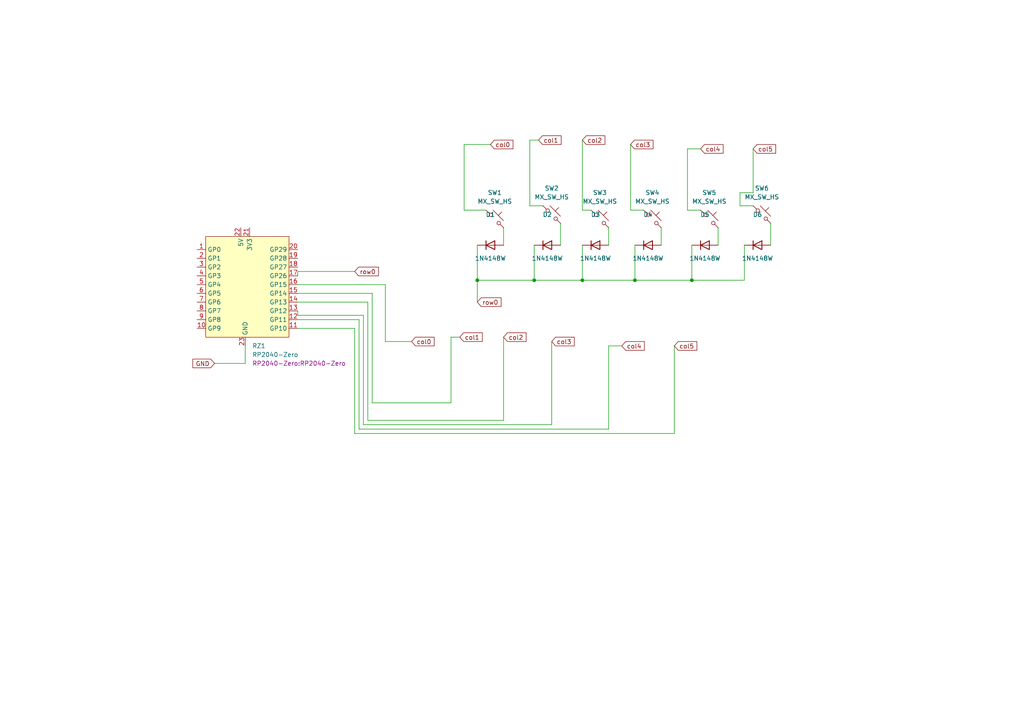
<source format=kicad_sch>
(kicad_sch (version 20211123) (generator eeschema)

  (uuid f3959fc2-2865-4a8b-9dd1-b644133ab69e)

  (paper "A4")

  (lib_symbols
    (symbol "Diode:1N4148W" (pin_numbers hide) (pin_names (offset 1.016) hide) (in_bom yes) (on_board yes)
      (property "Reference" "D" (id 0) (at 0 2.54 0)
        (effects (font (size 1.27 1.27)))
      )
      (property "Value" "1N4148W" (id 1) (at 0 -2.54 0)
        (effects (font (size 1.27 1.27)))
      )
      (property "Footprint" "Diode_SMD:D_SOD-123" (id 2) (at 0 -4.445 0)
        (effects (font (size 1.27 1.27)) hide)
      )
      (property "Datasheet" "https://www.vishay.com/docs/85748/1n4148w.pdf" (id 3) (at 0 0 0)
        (effects (font (size 1.27 1.27)) hide)
      )
      (property "ki_keywords" "diode" (id 4) (at 0 0 0)
        (effects (font (size 1.27 1.27)) hide)
      )
      (property "ki_description" "75V 0.15A Fast Switching Diode, SOD-123" (id 5) (at 0 0 0)
        (effects (font (size 1.27 1.27)) hide)
      )
      (property "ki_fp_filters" "D*SOD?123*" (id 6) (at 0 0 0)
        (effects (font (size 1.27 1.27)) hide)
      )
      (symbol "1N4148W_0_1"
        (polyline
          (pts
            (xy -1.27 1.27)
            (xy -1.27 -1.27)
          )
          (stroke (width 0.254) (type default) (color 0 0 0 0))
          (fill (type none))
        )
        (polyline
          (pts
            (xy 1.27 0)
            (xy -1.27 0)
          )
          (stroke (width 0) (type default) (color 0 0 0 0))
          (fill (type none))
        )
        (polyline
          (pts
            (xy 1.27 1.27)
            (xy 1.27 -1.27)
            (xy -1.27 0)
            (xy 1.27 1.27)
          )
          (stroke (width 0.254) (type default) (color 0 0 0 0))
          (fill (type none))
        )
      )
      (symbol "1N4148W_1_1"
        (pin passive line (at -3.81 0 0) (length 2.54)
          (name "K" (effects (font (size 1.27 1.27))))
          (number "1" (effects (font (size 1.27 1.27))))
        )
        (pin passive line (at 3.81 0 180) (length 2.54)
          (name "A" (effects (font (size 1.27 1.27))))
          (number "2" (effects (font (size 1.27 1.27))))
        )
      )
    )
    (symbol "RP2040 Zero:RP2040-Zero" (in_bom yes) (on_board yes)
      (property "Reference" "RZ" (id 0) (at 0 0 0)
        (effects (font (size 1.27 1.27)))
      )
      (property "Value" "RP2040-Zero" (id 1) (at 0 -2.54 0)
        (effects (font (size 1.27 1.27)))
      )
      (property "Footprint" "RP2040-Zero:RP2040-Zero" (id 2) (at 0 0 0)
        (effects (font (size 1.27 1.27)))
      )
      (property "Datasheet" "" (id 3) (at 0 0 0)
        (effects (font (size 1.27 1.27)) hide)
      )
      (symbol "RP2040-Zero_0_1"
        (rectangle (start -11.43 -15.24) (end 12.7 13.97)
          (stroke (width 0) (type default) (color 0 0 0 0))
          (fill (type background))
        )
      )
      (symbol "RP2040-Zero_1_1"
        (pin bidirectional line (at -13.97 10.16 0) (length 2.54)
          (name "GP0" (effects (font (size 1.27 1.27))))
          (number "1" (effects (font (size 1.27 1.27))))
        )
        (pin bidirectional line (at -13.97 -12.7 0) (length 2.54)
          (name "GP9" (effects (font (size 1.27 1.27))))
          (number "10" (effects (font (size 1.27 1.27))))
        )
        (pin bidirectional line (at 15.24 -12.7 180) (length 2.54)
          (name "GP10" (effects (font (size 1.27 1.27))))
          (number "11" (effects (font (size 1.27 1.27))))
        )
        (pin bidirectional line (at 15.24 -10.16 180) (length 2.54)
          (name "GP11" (effects (font (size 1.27 1.27))))
          (number "12" (effects (font (size 1.27 1.27))))
        )
        (pin bidirectional line (at 15.24 -7.62 180) (length 2.54)
          (name "GP12" (effects (font (size 1.27 1.27))))
          (number "13" (effects (font (size 1.27 1.27))))
        )
        (pin bidirectional line (at 15.24 -5.08 180) (length 2.54)
          (name "GP13" (effects (font (size 1.27 1.27))))
          (number "14" (effects (font (size 1.27 1.27))))
        )
        (pin bidirectional line (at 15.24 -2.54 180) (length 2.54)
          (name "GP14" (effects (font (size 1.27 1.27))))
          (number "15" (effects (font (size 1.27 1.27))))
        )
        (pin bidirectional line (at 15.24 0 180) (length 2.54)
          (name "GP15" (effects (font (size 1.27 1.27))))
          (number "16" (effects (font (size 1.27 1.27))))
        )
        (pin bidirectional line (at 15.24 2.54 180) (length 2.54)
          (name "GP26" (effects (font (size 1.27 1.27))))
          (number "17" (effects (font (size 1.27 1.27))))
        )
        (pin bidirectional line (at 15.24 5.08 180) (length 2.54)
          (name "GP27" (effects (font (size 1.27 1.27))))
          (number "18" (effects (font (size 1.27 1.27))))
        )
        (pin bidirectional line (at 15.24 7.62 180) (length 2.54)
          (name "GP28" (effects (font (size 1.27 1.27))))
          (number "19" (effects (font (size 1.27 1.27))))
        )
        (pin bidirectional line (at -13.97 7.62 0) (length 2.54)
          (name "GP1" (effects (font (size 1.27 1.27))))
          (number "2" (effects (font (size 1.27 1.27))))
        )
        (pin bidirectional line (at 15.24 10.16 180) (length 2.54)
          (name "GP29" (effects (font (size 1.27 1.27))))
          (number "20" (effects (font (size 1.27 1.27))))
        )
        (pin power_in line (at 1.27 16.51 270) (length 2.54)
          (name "3V3" (effects (font (size 1.27 1.27))))
          (number "21" (effects (font (size 1.27 1.27))))
        )
        (pin power_in line (at -1.27 16.51 270) (length 2.54)
          (name "5V" (effects (font (size 1.27 1.27))))
          (number "22" (effects (font (size 1.27 1.27))))
        )
        (pin power_in line (at 0 -17.78 90) (length 2.54)
          (name "GND" (effects (font (size 1.27 1.27))))
          (number "23" (effects (font (size 1.27 1.27))))
        )
        (pin bidirectional line (at -13.97 5.08 0) (length 2.54)
          (name "GP2" (effects (font (size 1.27 1.27))))
          (number "3" (effects (font (size 1.27 1.27))))
        )
        (pin bidirectional line (at -13.97 2.54 0) (length 2.54)
          (name "GP3" (effects (font (size 1.27 1.27))))
          (number "4" (effects (font (size 1.27 1.27))))
        )
        (pin bidirectional line (at -13.97 0 0) (length 2.54)
          (name "GP4" (effects (font (size 1.27 1.27))))
          (number "5" (effects (font (size 1.27 1.27))))
        )
        (pin bidirectional line (at -13.97 -2.54 0) (length 2.54)
          (name "GP5" (effects (font (size 1.27 1.27))))
          (number "6" (effects (font (size 1.27 1.27))))
        )
        (pin bidirectional line (at -13.97 -5.08 0) (length 2.54)
          (name "GP6" (effects (font (size 1.27 1.27))))
          (number "7" (effects (font (size 1.27 1.27))))
        )
        (pin bidirectional line (at -13.97 -7.62 0) (length 2.54)
          (name "GP7" (effects (font (size 1.27 1.27))))
          (number "8" (effects (font (size 1.27 1.27))))
        )
        (pin bidirectional line (at -13.97 -10.16 0) (length 2.54)
          (name "GP8" (effects (font (size 1.27 1.27))))
          (number "9" (effects (font (size 1.27 1.27))))
        )
      )
    )
    (symbol "marbastlib-mx:MX_SW_HS" (pin_numbers hide) (pin_names (offset 1.016) hide) (in_bom yes) (on_board yes)
      (property "Reference" "SW" (id 0) (at 3.048 1.016 0)
        (effects (font (size 1.27 1.27)) (justify left))
      )
      (property "Value" "MX_SW_HS" (id 1) (at 0 -3.81 0)
        (effects (font (size 1.27 1.27)))
      )
      (property "Footprint" "marbastlib-mx:SW_MX_HS_1u" (id 2) (at 0 0 0)
        (effects (font (size 1.27 1.27)) hide)
      )
      (property "Datasheet" "~" (id 3) (at 0 0 0)
        (effects (font (size 1.27 1.27)) hide)
      )
      (property "ki_keywords" "switch normally-open pushbutton push-button" (id 4) (at 0 0 0)
        (effects (font (size 1.27 1.27)) hide)
      )
      (property "ki_description" "Push button switch, normally open, two pins, 45° tilted" (id 5) (at 0 0 0)
        (effects (font (size 1.27 1.27)) hide)
      )
      (symbol "MX_SW_HS_0_1"
        (circle (center -1.1684 1.1684) (radius 0.508)
          (stroke (width 0) (type default) (color 0 0 0 0))
          (fill (type none))
        )
        (polyline
          (pts
            (xy -0.508 2.54)
            (xy 2.54 -0.508)
          )
          (stroke (width 0) (type default) (color 0 0 0 0))
          (fill (type none))
        )
        (polyline
          (pts
            (xy 1.016 1.016)
            (xy 2.032 2.032)
          )
          (stroke (width 0) (type default) (color 0 0 0 0))
          (fill (type none))
        )
        (polyline
          (pts
            (xy -2.54 2.54)
            (xy -1.524 1.524)
            (xy -1.524 1.524)
          )
          (stroke (width 0) (type default) (color 0 0 0 0))
          (fill (type none))
        )
        (polyline
          (pts
            (xy 1.524 -1.524)
            (xy 2.54 -2.54)
            (xy 2.54 -2.54)
            (xy 2.54 -2.54)
          )
          (stroke (width 0) (type default) (color 0 0 0 0))
          (fill (type none))
        )
        (circle (center 1.143 -1.1938) (radius 0.508)
          (stroke (width 0) (type default) (color 0 0 0 0))
          (fill (type none))
        )
        (pin passive line (at -2.54 2.54 0) (length 0)
          (name "1" (effects (font (size 1.27 1.27))))
          (number "1" (effects (font (size 1.27 1.27))))
        )
        (pin passive line (at 2.54 -2.54 180) (length 0)
          (name "2" (effects (font (size 1.27 1.27))))
          (number "2" (effects (font (size 1.27 1.27))))
        )
      )
    )
  )

  (junction (at 168.91 81.28) (diameter 0) (color 0 0 0 0)
    (uuid 0034029d-05f8-4bef-9800-f394cfac8bbc)
  )
  (junction (at 200.66 81.28) (diameter 0) (color 0 0 0 0)
    (uuid 55ffa584-9d71-4830-802d-a683c822dc14)
  )
  (junction (at 184.15 81.28) (diameter 0) (color 0 0 0 0)
    (uuid 781d698a-a857-4b80-854a-52d0cacb85b2)
  )
  (junction (at 138.43 81.28) (diameter 0) (color 0 0 0 0)
    (uuid b73d68e5-8276-429b-a8bf-609051148030)
  )
  (junction (at 154.94 81.28) (diameter 0) (color 0 0 0 0)
    (uuid c9646829-8abe-4807-b642-c7a429080822)
  )

  (wire (pts (xy 86.36 78.74) (xy 86.36 80.01))
    (stroke (width 0) (type default) (color 0 0 0 0))
    (uuid 037a7c7e-0197-4429-91ba-0da0346af7ea)
  )
  (wire (pts (xy 138.43 71.12) (xy 138.43 81.28))
    (stroke (width 0) (type default) (color 0 0 0 0))
    (uuid 05860451-25fd-4d27-8fb3-d184838b6759)
  )
  (wire (pts (xy 215.9 71.12) (xy 215.9 81.28))
    (stroke (width 0) (type default) (color 0 0 0 0))
    (uuid 1026c991-5130-43f9-af47-adc32a98a02b)
  )
  (wire (pts (xy 86.36 92.71) (xy 104.14 92.71))
    (stroke (width 0) (type default) (color 0 0 0 0))
    (uuid 10a70c67-36a1-4ff9-ad67-5ef5c9a95ffd)
  )
  (wire (pts (xy 102.87 78.74) (xy 86.36 78.74))
    (stroke (width 0) (type default) (color 0 0 0 0))
    (uuid 12daa5cf-6a08-4cac-be3e-ebf8c9391d08)
  )
  (wire (pts (xy 107.95 85.09) (xy 86.36 85.09))
    (stroke (width 0) (type default) (color 0 0 0 0))
    (uuid 14a796e9-e80d-4d78-bd33-c09e89c3fe61)
  )
  (wire (pts (xy 134.62 41.91) (xy 142.24 41.91))
    (stroke (width 0) (type default) (color 0 0 0 0))
    (uuid 155562eb-87c5-4092-9a05-b95bd712906e)
  )
  (wire (pts (xy 106.68 121.92) (xy 146.05 121.92))
    (stroke (width 0) (type default) (color 0 0 0 0))
    (uuid 1842a470-2ea1-42cf-87bf-1afba5a3c039)
  )
  (wire (pts (xy 138.43 81.28) (xy 138.43 87.63))
    (stroke (width 0) (type default) (color 0 0 0 0))
    (uuid 1c6f2a66-7231-4627-a138-75a6b92affd1)
  )
  (wire (pts (xy 156.21 40.64) (xy 153.67 40.64))
    (stroke (width 0) (type default) (color 0 0 0 0))
    (uuid 295d429d-ac64-4ccb-9f10-a1cc4890c03c)
  )
  (wire (pts (xy 138.43 81.28) (xy 154.94 81.28))
    (stroke (width 0) (type default) (color 0 0 0 0))
    (uuid 2d3ab509-ed65-4c13-b97d-33429c45956f)
  )
  (wire (pts (xy 199.39 60.96) (xy 199.39 43.18))
    (stroke (width 0) (type default) (color 0 0 0 0))
    (uuid 2da729e3-517a-4bbe-b961-ef2a43157893)
  )
  (wire (pts (xy 176.53 100.33) (xy 176.53 124.46))
    (stroke (width 0) (type default) (color 0 0 0 0))
    (uuid 2dd7137b-e222-4d18-85a0-1ef23958d60c)
  )
  (wire (pts (xy 104.14 92.71) (xy 104.14 124.46))
    (stroke (width 0) (type default) (color 0 0 0 0))
    (uuid 3092ce93-c18a-49be-afc0-77287d789e9d)
  )
  (wire (pts (xy 86.36 82.55) (xy 111.76 82.55))
    (stroke (width 0) (type default) (color 0 0 0 0))
    (uuid 34ef8aeb-624f-48dc-a02f-e9ccc3e98753)
  )
  (wire (pts (xy 133.35 97.79) (xy 130.81 97.79))
    (stroke (width 0) (type default) (color 0 0 0 0))
    (uuid 36aee33a-3f8a-49a9-b487-9baa7fbc3398)
  )
  (wire (pts (xy 184.15 71.12) (xy 184.15 81.28))
    (stroke (width 0) (type default) (color 0 0 0 0))
    (uuid 3719f900-d6d2-4a1b-90c0-a87cd291ee2f)
  )
  (wire (pts (xy 191.77 66.04) (xy 191.77 71.12))
    (stroke (width 0) (type default) (color 0 0 0 0))
    (uuid 3aa794e6-1225-49d7-a942-9f186fd0be96)
  )
  (wire (pts (xy 195.58 125.73) (xy 102.87 125.73))
    (stroke (width 0) (type default) (color 0 0 0 0))
    (uuid 3aaa40ac-829c-4191-a8fe-1927341a5e04)
  )
  (wire (pts (xy 146.05 97.79) (xy 146.05 121.92))
    (stroke (width 0) (type default) (color 0 0 0 0))
    (uuid 3d716355-042a-4399-ac6f-c528a9a54350)
  )
  (wire (pts (xy 195.58 100.33) (xy 195.58 125.73))
    (stroke (width 0) (type default) (color 0 0 0 0))
    (uuid 3f05fc69-152b-45d7-a48c-2d47708f0e9d)
  )
  (wire (pts (xy 168.91 60.96) (xy 168.91 40.64))
    (stroke (width 0) (type default) (color 0 0 0 0))
    (uuid 469328c4-a08f-4ba3-a9fe-3f47bb9ba7bd)
  )
  (wire (pts (xy 208.28 66.04) (xy 208.28 71.12))
    (stroke (width 0) (type default) (color 0 0 0 0))
    (uuid 4aa16fb1-15fc-4d75-9c57-2d0272370fea)
  )
  (wire (pts (xy 154.94 81.28) (xy 168.91 81.28))
    (stroke (width 0) (type default) (color 0 0 0 0))
    (uuid 4dfb88a3-dd40-41bc-8993-521de8c4d5bf)
  )
  (wire (pts (xy 168.91 81.28) (xy 184.15 81.28))
    (stroke (width 0) (type default) (color 0 0 0 0))
    (uuid 5044f454-8775-41f6-b17a-48933f442686)
  )
  (wire (pts (xy 176.53 66.04) (xy 176.53 71.12))
    (stroke (width 0) (type default) (color 0 0 0 0))
    (uuid 52f93e84-3322-4749-9d25-6496753d4f94)
  )
  (wire (pts (xy 160.02 99.06) (xy 160.02 123.19))
    (stroke (width 0) (type default) (color 0 0 0 0))
    (uuid 567b2f83-ed4f-43bc-b268-4b9eddd70a42)
  )
  (wire (pts (xy 160.02 123.19) (xy 105.41 123.19))
    (stroke (width 0) (type default) (color 0 0 0 0))
    (uuid 5ae12cc6-74c2-43f0-abb7-86e78886baa3)
  )
  (wire (pts (xy 153.67 40.64) (xy 153.67 59.69))
    (stroke (width 0) (type default) (color 0 0 0 0))
    (uuid 5c5250d1-ed4b-4794-a1fb-a89da8050967)
  )
  (wire (pts (xy 130.81 97.79) (xy 130.81 116.84))
    (stroke (width 0) (type default) (color 0 0 0 0))
    (uuid 5e0e21cc-1be4-475b-8e81-b1eb7ec198e7)
  )
  (wire (pts (xy 184.15 81.28) (xy 200.66 81.28))
    (stroke (width 0) (type default) (color 0 0 0 0))
    (uuid 6118a909-cd0c-402d-8f26-f2fc175a9f28)
  )
  (wire (pts (xy 111.76 99.06) (xy 119.38 99.06))
    (stroke (width 0) (type default) (color 0 0 0 0))
    (uuid 6838f619-ca63-4c3d-a82a-07df0ffdd2cc)
  )
  (wire (pts (xy 199.39 43.18) (xy 203.2 43.18))
    (stroke (width 0) (type default) (color 0 0 0 0))
    (uuid 6ba6f2d3-030d-4e67-b229-bed2ece04192)
  )
  (wire (pts (xy 140.97 60.96) (xy 134.62 60.96))
    (stroke (width 0) (type default) (color 0 0 0 0))
    (uuid 6d3a7714-1f82-4a40-9862-db5dd1988599)
  )
  (wire (pts (xy 71.12 100.33) (xy 71.12 105.41))
    (stroke (width 0) (type default) (color 0 0 0 0))
    (uuid 6e31c011-798c-4939-85b7-ec877c3adeb8)
  )
  (wire (pts (xy 71.12 105.41) (xy 62.23 105.41))
    (stroke (width 0) (type default) (color 0 0 0 0))
    (uuid 6f6ae13f-2621-4708-889b-b3921b32e7b2)
  )
  (wire (pts (xy 86.36 87.63) (xy 106.68 87.63))
    (stroke (width 0) (type default) (color 0 0 0 0))
    (uuid 71e8f2c6-37d3-4980-a25b-2415a3fabe68)
  )
  (wire (pts (xy 106.68 87.63) (xy 106.68 121.92))
    (stroke (width 0) (type default) (color 0 0 0 0))
    (uuid 74dafbc6-a681-4f47-a95b-181546f49255)
  )
  (wire (pts (xy 102.87 95.25) (xy 86.36 95.25))
    (stroke (width 0) (type default) (color 0 0 0 0))
    (uuid 75c8d767-6d6c-45e8-beb5-676ec8ebf9a9)
  )
  (wire (pts (xy 153.67 59.69) (xy 157.48 59.69))
    (stroke (width 0) (type default) (color 0 0 0 0))
    (uuid 76254008-00c0-4bcf-9157-7feffa7ce481)
  )
  (wire (pts (xy 130.81 116.84) (xy 107.95 116.84))
    (stroke (width 0) (type default) (color 0 0 0 0))
    (uuid 824d2455-be50-4336-b97e-b13a26a1dce2)
  )
  (wire (pts (xy 200.66 81.28) (xy 200.66 71.12))
    (stroke (width 0) (type default) (color 0 0 0 0))
    (uuid 8f80b654-c2a4-4a83-9ae2-a36386b74e33)
  )
  (wire (pts (xy 104.14 124.46) (xy 176.53 124.46))
    (stroke (width 0) (type default) (color 0 0 0 0))
    (uuid 990635f5-44f6-43e7-9084-9d71b646b8e5)
  )
  (wire (pts (xy 182.88 60.96) (xy 186.69 60.96))
    (stroke (width 0) (type default) (color 0 0 0 0))
    (uuid a3f83194-e87b-497a-a08b-9b6914ed55c8)
  )
  (wire (pts (xy 102.87 125.73) (xy 102.87 95.25))
    (stroke (width 0) (type default) (color 0 0 0 0))
    (uuid a419695a-98b0-4322-936e-059772f6ed3d)
  )
  (wire (pts (xy 154.94 71.12) (xy 154.94 81.28))
    (stroke (width 0) (type default) (color 0 0 0 0))
    (uuid a6a3fc4a-7493-4b3b-86d5-ecd9cca977dd)
  )
  (wire (pts (xy 223.52 64.77) (xy 223.52 71.12))
    (stroke (width 0) (type default) (color 0 0 0 0))
    (uuid ada03933-7e62-47c1-9eb8-301cc93acb2c)
  )
  (wire (pts (xy 214.63 55.88) (xy 214.63 59.69))
    (stroke (width 0) (type default) (color 0 0 0 0))
    (uuid b0a38c40-2b81-41b2-be6e-7716094c75a0)
  )
  (wire (pts (xy 176.53 100.33) (xy 180.34 100.33))
    (stroke (width 0) (type default) (color 0 0 0 0))
    (uuid b445fd3c-91ef-4a9f-9dad-fd9f0177fa4c)
  )
  (wire (pts (xy 200.66 81.28) (xy 215.9 81.28))
    (stroke (width 0) (type default) (color 0 0 0 0))
    (uuid b6d06c01-a0d4-40f7-a67c-cf31ece1674c)
  )
  (wire (pts (xy 107.95 116.84) (xy 107.95 85.09))
    (stroke (width 0) (type default) (color 0 0 0 0))
    (uuid c0affe67-58ca-478c-920e-4df959ff9b3d)
  )
  (wire (pts (xy 146.05 66.04) (xy 146.05 71.12))
    (stroke (width 0) (type default) (color 0 0 0 0))
    (uuid cf6a729b-16be-4af0-9ac4-e29bbc269e80)
  )
  (wire (pts (xy 86.36 91.44) (xy 86.36 90.17))
    (stroke (width 0) (type default) (color 0 0 0 0))
    (uuid d25dbaad-33e0-4d00-8e3a-b13eb1335732)
  )
  (wire (pts (xy 214.63 59.69) (xy 218.44 59.69))
    (stroke (width 0) (type default) (color 0 0 0 0))
    (uuid d36adde5-550a-468d-a435-fd956fc87021)
  )
  (wire (pts (xy 134.62 60.96) (xy 134.62 41.91))
    (stroke (width 0) (type default) (color 0 0 0 0))
    (uuid df910b64-5912-4518-8b01-8ddc96f327eb)
  )
  (wire (pts (xy 171.45 60.96) (xy 168.91 60.96))
    (stroke (width 0) (type default) (color 0 0 0 0))
    (uuid e0018b60-3a7d-40cb-8a13-5026f716f41b)
  )
  (wire (pts (xy 218.44 55.88) (xy 214.63 55.88))
    (stroke (width 0) (type default) (color 0 0 0 0))
    (uuid e127e94f-8955-43f1-9763-1b440da59e62)
  )
  (wire (pts (xy 105.41 91.44) (xy 86.36 91.44))
    (stroke (width 0) (type default) (color 0 0 0 0))
    (uuid e1572540-4a29-4e7e-b8ec-4ded8d296b70)
  )
  (wire (pts (xy 203.2 60.96) (xy 199.39 60.96))
    (stroke (width 0) (type default) (color 0 0 0 0))
    (uuid e3210d27-2a13-49e1-8c95-750fd6981f6a)
  )
  (wire (pts (xy 105.41 123.19) (xy 105.41 91.44))
    (stroke (width 0) (type default) (color 0 0 0 0))
    (uuid e34062d8-587c-4d5a-a43b-387b85893bad)
  )
  (wire (pts (xy 168.91 71.12) (xy 168.91 81.28))
    (stroke (width 0) (type default) (color 0 0 0 0))
    (uuid e65a8dee-0017-459f-af70-cd1cf34628bb)
  )
  (wire (pts (xy 162.56 64.77) (xy 162.56 71.12))
    (stroke (width 0) (type default) (color 0 0 0 0))
    (uuid edbddf0d-094f-4072-ae8d-6a4995591185)
  )
  (wire (pts (xy 218.44 43.18) (xy 218.44 55.88))
    (stroke (width 0) (type default) (color 0 0 0 0))
    (uuid ee450745-93a4-4cf5-899b-5439cca6861d)
  )
  (wire (pts (xy 111.76 82.55) (xy 111.76 99.06))
    (stroke (width 0) (type default) (color 0 0 0 0))
    (uuid f66c1097-a627-453e-8cf9-a5211fe5c123)
  )
  (wire (pts (xy 182.88 41.91) (xy 182.88 60.96))
    (stroke (width 0) (type default) (color 0 0 0 0))
    (uuid f91a5809-8520-405b-831e-341d324ae7f3)
  )

  (global_label "col2" (shape input) (at 146.05 97.79 0) (fields_autoplaced)
    (effects (font (size 1.27 1.27)) (justify left))
    (uuid 10f46280-0015-4ebc-8d16-644c43289a14)
    (property "Intersheet References" "${INTERSHEET_REFS}" (id 0) (at 152.5755 97.7106 0)
      (effects (font (size 1.27 1.27)) (justify left) hide)
    )
  )
  (global_label "col2" (shape input) (at 168.91 40.64 0) (fields_autoplaced)
    (effects (font (size 1.27 1.27)) (justify left))
    (uuid 147b49f9-b163-4fb2-8669-a0761986ad50)
    (property "Intersheet References" "${INTERSHEET_REFS}" (id 0) (at 175.4355 40.5606 0)
      (effects (font (size 1.27 1.27)) (justify left) hide)
    )
  )
  (global_label "row0" (shape input) (at 102.87 78.74 0) (fields_autoplaced)
    (effects (font (size 1.27 1.27)) (justify left))
    (uuid 2d246d70-d113-4acd-9e0a-93be700143b7)
    (property "Intersheet References" "${INTERSHEET_REFS}" (id 0) (at 109.7583 78.6606 0)
      (effects (font (size 1.27 1.27)) (justify left) hide)
    )
  )
  (global_label "col3" (shape input) (at 182.88 41.91 0) (fields_autoplaced)
    (effects (font (size 1.27 1.27)) (justify left))
    (uuid 3d2a26b2-61f8-42ac-b188-cc54fbc8320f)
    (property "Intersheet References" "${INTERSHEET_REFS}" (id 0) (at 189.4055 41.8306 0)
      (effects (font (size 1.27 1.27)) (justify left) hide)
    )
  )
  (global_label "col1" (shape input) (at 133.35 97.79 0) (fields_autoplaced)
    (effects (font (size 1.27 1.27)) (justify left))
    (uuid 54121a03-6e9b-4812-adf8-924193a37787)
    (property "Intersheet References" "${INTERSHEET_REFS}" (id 0) (at 139.8755 97.7106 0)
      (effects (font (size 1.27 1.27)) (justify left) hide)
    )
  )
  (global_label "col4" (shape input) (at 180.34 100.33 0) (fields_autoplaced)
    (effects (font (size 1.27 1.27)) (justify left))
    (uuid 5b66dcdc-3944-40eb-b029-ca78996773ce)
    (property "Intersheet References" "${INTERSHEET_REFS}" (id 0) (at 186.8655 100.2506 0)
      (effects (font (size 1.27 1.27)) (justify left) hide)
    )
  )
  (global_label "col3" (shape input) (at 160.02 99.06 0) (fields_autoplaced)
    (effects (font (size 1.27 1.27)) (justify left))
    (uuid 67c123e8-94dc-4604-a35e-7306f261717c)
    (property "Intersheet References" "${INTERSHEET_REFS}" (id 0) (at 166.5455 98.9806 0)
      (effects (font (size 1.27 1.27)) (justify left) hide)
    )
  )
  (global_label "row0" (shape input) (at 138.43 87.63 0) (fields_autoplaced)
    (effects (font (size 1.27 1.27)) (justify left))
    (uuid 847e57dc-0b04-4246-9268-ea665d629390)
    (property "Intersheet References" "${INTERSHEET_REFS}" (id 0) (at 145.3183 87.5506 0)
      (effects (font (size 1.27 1.27)) (justify left) hide)
    )
  )
  (global_label "GND" (shape input) (at 62.23 105.41 180) (fields_autoplaced)
    (effects (font (size 1.27 1.27)) (justify right))
    (uuid 8b63051d-5984-4729-a3c0-4cea0bc1f1e1)
    (property "Intersheet References" "${INTERSHEET_REFS}" (id 0) (at 55.9464 105.3306 0)
      (effects (font (size 1.27 1.27)) (justify right) hide)
    )
  )
  (global_label "col4" (shape input) (at 203.2 43.18 0) (fields_autoplaced)
    (effects (font (size 1.27 1.27)) (justify left))
    (uuid 9547b3fd-142d-45f6-8c97-e237da32e3f6)
    (property "Intersheet References" "${INTERSHEET_REFS}" (id 0) (at 209.7255 43.1006 0)
      (effects (font (size 1.27 1.27)) (justify left) hide)
    )
  )
  (global_label "col0" (shape input) (at 119.38 99.06 0) (fields_autoplaced)
    (effects (font (size 1.27 1.27)) (justify left))
    (uuid b819bff5-4369-41f9-9060-f92b96432292)
    (property "Intersheet References" "${INTERSHEET_REFS}" (id 0) (at 125.9055 98.9806 0)
      (effects (font (size 1.27 1.27)) (justify left) hide)
    )
  )
  (global_label "col1" (shape input) (at 156.21 40.64 0) (fields_autoplaced)
    (effects (font (size 1.27 1.27)) (justify left))
    (uuid bb19969f-6213-480e-ab66-f534776e9989)
    (property "Intersheet References" "${INTERSHEET_REFS}" (id 0) (at 162.7355 40.5606 0)
      (effects (font (size 1.27 1.27)) (justify left) hide)
    )
  )
  (global_label "col5" (shape input) (at 195.58 100.33 0) (fields_autoplaced)
    (effects (font (size 1.27 1.27)) (justify left))
    (uuid d8469c83-9600-4d67-af38-eadeb839a6cd)
    (property "Intersheet References" "${INTERSHEET_REFS}" (id 0) (at 202.1055 100.2506 0)
      (effects (font (size 1.27 1.27)) (justify left) hide)
    )
  )
  (global_label "col0" (shape input) (at 142.24 41.91 0) (fields_autoplaced)
    (effects (font (size 1.27 1.27)) (justify left))
    (uuid dcdf3d82-167e-4eb7-bcc4-dafa7218002f)
    (property "Intersheet References" "${INTERSHEET_REFS}" (id 0) (at 148.7655 41.8306 0)
      (effects (font (size 1.27 1.27)) (justify left) hide)
    )
  )
  (global_label "col5" (shape input) (at 218.44 43.18 0) (fields_autoplaced)
    (effects (font (size 1.27 1.27)) (justify left))
    (uuid ed337f97-1f6c-4f28-8de4-ed3ae45c1f92)
    (property "Intersheet References" "${INTERSHEET_REFS}" (id 0) (at 224.9655 43.1006 0)
      (effects (font (size 1.27 1.27)) (justify left) hide)
    )
  )

  (symbol (lib_id "marbastlib-mx:MX_SW_HS") (at 205.74 63.5 0) (unit 1)
    (in_bom yes) (on_board yes)
    (uuid 0897c211-3584-4b4c-a973-f920b8662acb)
    (property "Reference" "SW5" (id 0) (at 205.74 55.88 0))
    (property "Value" "MX_SW_HS" (id 1) (at 205.74 58.42 0))
    (property "Footprint" "marbastlib-mx:SW_MX_HS_1u" (id 2) (at 205.74 63.5 0)
      (effects (font (size 1.27 1.27)) hide)
    )
    (property "Datasheet" "~" (id 3) (at 205.74 63.5 0)
      (effects (font (size 1.27 1.27)) hide)
    )
    (pin "1" (uuid b75621a4-3051-4190-a561-f5af6af8219b))
    (pin "2" (uuid be8832a1-063f-4fe7-b4fc-81170722dac7))
  )

  (symbol (lib_id "marbastlib-mx:MX_SW_HS") (at 220.98 62.23 0) (unit 1)
    (in_bom yes) (on_board yes)
    (uuid 0f6906b5-d5ad-4319-9702-6726474c518b)
    (property "Reference" "SW6" (id 0) (at 220.98 54.61 0))
    (property "Value" "MX_SW_HS" (id 1) (at 220.98 57.15 0))
    (property "Footprint" "marbastlib-mx:SW_MX_HS_1u" (id 2) (at 220.98 62.23 0)
      (effects (font (size 1.27 1.27)) hide)
    )
    (property "Datasheet" "~" (id 3) (at 220.98 62.23 0)
      (effects (font (size 1.27 1.27)) hide)
    )
    (pin "1" (uuid 34aba998-1a48-49de-b4a5-62bc9b9725e1))
    (pin "2" (uuid bde8037e-ce41-4228-b9eb-9e1d341fec42))
  )

  (symbol (lib_id "marbastlib-mx:MX_SW_HS") (at 160.02 62.23 0) (unit 1)
    (in_bom yes) (on_board yes)
    (uuid 2759db90-289b-4040-ad6a-8ff1f48dc450)
    (property "Reference" "SW2" (id 0) (at 160.02 54.61 0))
    (property "Value" "MX_SW_HS" (id 1) (at 160.02 57.15 0))
    (property "Footprint" "marbastlib-mx:SW_MX_HS_1u" (id 2) (at 160.02 62.23 0)
      (effects (font (size 1.27 1.27)) hide)
    )
    (property "Datasheet" "~" (id 3) (at 160.02 62.23 0)
      (effects (font (size 1.27 1.27)) hide)
    )
    (pin "1" (uuid 6d41bd0d-d0aa-470c-938e-75c34612b83e))
    (pin "2" (uuid d00fa357-c3f9-490d-9138-02beb88ae52a))
  )

  (symbol (lib_id "Diode:1N4148W") (at 158.75 71.12 0) (unit 1)
    (in_bom yes) (on_board yes)
    (uuid 62a2ab7d-64d8-43c6-886e-2599bd5c161a)
    (property "Reference" "D2" (id 0) (at 158.75 62.23 0))
    (property "Value" "1N4148W" (id 1) (at 158.75 74.93 0))
    (property "Footprint" "Diode_SMD:D_SOD-123" (id 2) (at 158.75 75.565 0)
      (effects (font (size 1.27 1.27)) hide)
    )
    (property "Datasheet" "https://www.vishay.com/docs/85748/1n4148w.pdf" (id 3) (at 158.75 71.12 0)
      (effects (font (size 1.27 1.27)) hide)
    )
    (pin "1" (uuid b8ee3762-4a68-4524-b94e-12fcef1a15de))
    (pin "2" (uuid 65ccc3fa-05ec-4410-ae81-dfc0e68be963))
  )

  (symbol (lib_id "marbastlib-mx:MX_SW_HS") (at 143.51 63.5 0) (unit 1)
    (in_bom yes) (on_board yes)
    (uuid 62a93585-821d-4176-9af7-a2afe8bf3dc4)
    (property "Reference" "SW1" (id 0) (at 143.51 55.88 0))
    (property "Value" "MX_SW_HS" (id 1) (at 143.51 58.42 0))
    (property "Footprint" "marbastlib-mx:SW_MX_HS_1u" (id 2) (at 143.51 63.5 0)
      (effects (font (size 1.27 1.27)) hide)
    )
    (property "Datasheet" "~" (id 3) (at 143.51 63.5 0)
      (effects (font (size 1.27 1.27)) hide)
    )
    (pin "1" (uuid 127505ee-76dc-49b7-b553-28a5bf459541))
    (pin "2" (uuid d9e1436c-fc4a-4917-b746-666e1f977437))
  )

  (symbol (lib_id "Diode:1N4148W") (at 142.24 71.12 0) (unit 1)
    (in_bom yes) (on_board yes)
    (uuid 670e47dc-fb62-4774-ad49-20dce3e2c837)
    (property "Reference" "D1" (id 0) (at 142.24 62.23 0))
    (property "Value" "1N4148W" (id 1) (at 142.24 74.93 0))
    (property "Footprint" "Diode_SMD:D_SOD-123" (id 2) (at 142.24 75.565 0)
      (effects (font (size 1.27 1.27)) hide)
    )
    (property "Datasheet" "https://www.vishay.com/docs/85748/1n4148w.pdf" (id 3) (at 142.24 71.12 0)
      (effects (font (size 1.27 1.27)) hide)
    )
    (pin "1" (uuid 2144e7db-c5b4-4381-a2da-c6d702d7f623))
    (pin "2" (uuid 32cde570-3330-49fb-90ed-c0a750de2dee))
  )

  (symbol (lib_id "marbastlib-mx:MX_SW_HS") (at 189.23 63.5 0) (unit 1)
    (in_bom yes) (on_board yes)
    (uuid 8607d56e-5e29-475c-81a5-e56c52218135)
    (property "Reference" "SW4" (id 0) (at 189.23 55.88 0))
    (property "Value" "MX_SW_HS" (id 1) (at 189.23 58.42 0))
    (property "Footprint" "marbastlib-mx:SW_MX_HS_1u" (id 2) (at 189.23 63.5 0)
      (effects (font (size 1.27 1.27)) hide)
    )
    (property "Datasheet" "~" (id 3) (at 189.23 63.5 0)
      (effects (font (size 1.27 1.27)) hide)
    )
    (pin "1" (uuid fc30c4a8-5f20-4ad5-9fa2-b54621489f39))
    (pin "2" (uuid 9ea2f0b2-3340-44a0-aafa-43a84fa3a15f))
  )

  (symbol (lib_id "Diode:1N4148W") (at 187.96 71.12 0) (unit 1)
    (in_bom yes) (on_board yes)
    (uuid 92e67c30-b9bf-45e4-8272-a313f6c1acae)
    (property "Reference" "D4" (id 0) (at 187.96 62.23 0))
    (property "Value" "1N4148W" (id 1) (at 187.96 74.93 0))
    (property "Footprint" "Diode_SMD:D_SOD-123" (id 2) (at 187.96 75.565 0)
      (effects (font (size 1.27 1.27)) hide)
    )
    (property "Datasheet" "https://www.vishay.com/docs/85748/1n4148w.pdf" (id 3) (at 187.96 71.12 0)
      (effects (font (size 1.27 1.27)) hide)
    )
    (pin "1" (uuid b6648418-59f9-4ce3-a53b-9f5d854a91db))
    (pin "2" (uuid 65836bbf-7624-4c0d-9437-d355694d9ab3))
  )

  (symbol (lib_id "Diode:1N4148W") (at 219.71 71.12 0) (unit 1)
    (in_bom yes) (on_board yes)
    (uuid acf8eff1-dad6-4e85-9bca-a455dd614fa4)
    (property "Reference" "D6" (id 0) (at 219.71 62.23 0))
    (property "Value" "1N4148W" (id 1) (at 219.71 74.93 0))
    (property "Footprint" "Diode_SMD:D_SOD-123" (id 2) (at 219.71 75.565 0)
      (effects (font (size 1.27 1.27)) hide)
    )
    (property "Datasheet" "https://www.vishay.com/docs/85748/1n4148w.pdf" (id 3) (at 219.71 71.12 0)
      (effects (font (size 1.27 1.27)) hide)
    )
    (pin "1" (uuid e6967a02-bc71-45dc-9eb6-d92e4a38a18e))
    (pin "2" (uuid 013b25f8-1988-41a1-b415-c4a11f1d13e6))
  )

  (symbol (lib_id "Diode:1N4148W") (at 204.47 71.12 0) (unit 1)
    (in_bom yes) (on_board yes)
    (uuid ae1eafd0-ecad-4cff-b759-df101d790868)
    (property "Reference" "D5" (id 0) (at 204.47 62.23 0))
    (property "Value" "1N4148W" (id 1) (at 204.47 74.93 0))
    (property "Footprint" "Diode_SMD:D_SOD-123" (id 2) (at 204.47 75.565 0)
      (effects (font (size 1.27 1.27)) hide)
    )
    (property "Datasheet" "https://www.vishay.com/docs/85748/1n4148w.pdf" (id 3) (at 204.47 71.12 0)
      (effects (font (size 1.27 1.27)) hide)
    )
    (pin "1" (uuid 2516fa5c-f191-4336-975f-5f9524c9445a))
    (pin "2" (uuid 19ab5bf9-994f-40b6-b8aa-0a23187803f6))
  )

  (symbol (lib_id "marbastlib-mx:MX_SW_HS") (at 173.99 63.5 0) (unit 1)
    (in_bom yes) (on_board yes)
    (uuid d75769f7-4918-45ae-9838-6595b67a33d7)
    (property "Reference" "SW3" (id 0) (at 173.99 55.88 0))
    (property "Value" "MX_SW_HS" (id 1) (at 173.99 58.42 0))
    (property "Footprint" "marbastlib-mx:SW_MX_HS_1u" (id 2) (at 173.99 63.5 0)
      (effects (font (size 1.27 1.27)) hide)
    )
    (property "Datasheet" "~" (id 3) (at 173.99 63.5 0)
      (effects (font (size 1.27 1.27)) hide)
    )
    (pin "1" (uuid 8fadf7a9-d377-44ca-b48c-85153643444a))
    (pin "2" (uuid 5136c95e-c68e-425a-9889-3834c750d3f2))
  )

  (symbol (lib_id "RP2040 Zero:RP2040-Zero") (at 71.12 82.55 0) (unit 1)
    (in_bom yes) (on_board yes) (fields_autoplaced)
    (uuid db959f89-1234-46e6-9282-057f57eb7920)
    (property "Reference" "RZ1" (id 0) (at 73.1394 100.33 0)
      (effects (font (size 1.27 1.27)) (justify left))
    )
    (property "Value" "RP2040-Zero" (id 1) (at 73.1394 102.87 0)
      (effects (font (size 1.27 1.27)) (justify left))
    )
    (property "Footprint" "RP2040-Zero:RP2040-Zero" (id 2) (at 73.1394 105.41 0)
      (effects (font (size 1.27 1.27)) (justify left))
    )
    (property "Datasheet" "" (id 3) (at 71.12 82.55 0)
      (effects (font (size 1.27 1.27)) hide)
    )
    (pin "1" (uuid 890748a1-56ea-4af2-9aae-8f5b4488924b))
    (pin "10" (uuid ee7e4275-e441-4b40-a842-6e71b27e6ec4))
    (pin "11" (uuid 07e4df75-44ca-4bd0-993b-9dda0797cc23))
    (pin "12" (uuid 41308628-9078-4129-8a1d-652cd78fb0bb))
    (pin "13" (uuid 9eb46621-c9e4-42ac-b097-d297404d434a))
    (pin "14" (uuid 9d240204-0d6b-41d0-b886-6dd36b6a287f))
    (pin "15" (uuid e71ef1af-e4af-4ddf-b5f1-0fc9a76806ad))
    (pin "16" (uuid c633c0bc-733c-4c4e-9049-08e7080b2106))
    (pin "17" (uuid 6ef0dc67-1bac-4642-b087-1c69fbf09e06))
    (pin "18" (uuid d9036702-7101-43db-800d-55ca429b8085))
    (pin "19" (uuid e9811175-778d-4288-81cf-c01d44eef880))
    (pin "2" (uuid 7d6ede73-17f8-4acd-a68d-51f7cf88bf36))
    (pin "20" (uuid be8a4cc9-7683-49f0-8460-ff0c617cc86c))
    (pin "21" (uuid 352e5513-6124-4269-9881-59af6a1e3236))
    (pin "22" (uuid 42d92720-a795-41be-816a-1405e685635c))
    (pin "23" (uuid 8a2a4af5-5a68-4e5c-8f03-23da279a2af5))
    (pin "3" (uuid 0674be96-9e84-48dc-a62c-6eeadd84162b))
    (pin "4" (uuid bc5c6cc1-b688-4f9c-a674-8c1a0e88220b))
    (pin "5" (uuid fb973a64-0c42-4e9d-9fcd-0b7166d5be01))
    (pin "6" (uuid bb5e6310-c692-4695-ac50-f44b3fea8d79))
    (pin "7" (uuid 000bc09f-33ec-47bf-a30c-ae8f057b9357))
    (pin "8" (uuid 9e0e2933-0afb-438d-a56b-b79c8a8d4078))
    (pin "9" (uuid 097886e6-b552-40f0-a295-a138d99a6da3))
  )

  (symbol (lib_id "Diode:1N4148W") (at 172.72 71.12 0) (unit 1)
    (in_bom yes) (on_board yes)
    (uuid e4ab2f07-4c48-477b-bea5-03c44e518380)
    (property "Reference" "D3" (id 0) (at 172.72 62.23 0))
    (property "Value" "1N4148W" (id 1) (at 172.72 74.93 0))
    (property "Footprint" "Diode_SMD:D_SOD-123" (id 2) (at 172.72 75.565 0)
      (effects (font (size 1.27 1.27)) hide)
    )
    (property "Datasheet" "https://www.vishay.com/docs/85748/1n4148w.pdf" (id 3) (at 172.72 71.12 0)
      (effects (font (size 1.27 1.27)) hide)
    )
    (pin "1" (uuid 7bb93f3f-2ed4-469f-92d2-5fe9e5559c03))
    (pin "2" (uuid 3d218b1f-1553-45eb-a899-3f0d5d5e66a0))
  )

  (sheet_instances
    (path "/" (page "1"))
  )

  (symbol_instances
    (path "/670e47dc-fb62-4774-ad49-20dce3e2c837"
      (reference "D1") (unit 1) (value "1N4148W") (footprint "Diode_SMD:D_SOD-123")
    )
    (path "/62a2ab7d-64d8-43c6-886e-2599bd5c161a"
      (reference "D2") (unit 1) (value "1N4148W") (footprint "Diode_SMD:D_SOD-123")
    )
    (path "/e4ab2f07-4c48-477b-bea5-03c44e518380"
      (reference "D3") (unit 1) (value "1N4148W") (footprint "Diode_SMD:D_SOD-123")
    )
    (path "/92e67c30-b9bf-45e4-8272-a313f6c1acae"
      (reference "D4") (unit 1) (value "1N4148W") (footprint "Diode_SMD:D_SOD-123")
    )
    (path "/ae1eafd0-ecad-4cff-b759-df101d790868"
      (reference "D5") (unit 1) (value "1N4148W") (footprint "Diode_SMD:D_SOD-123")
    )
    (path "/acf8eff1-dad6-4e85-9bca-a455dd614fa4"
      (reference "D6") (unit 1) (value "1N4148W") (footprint "Diode_SMD:D_SOD-123")
    )
    (path "/db959f89-1234-46e6-9282-057f57eb7920"
      (reference "RZ1") (unit 1) (value "RP2040-Zero") (footprint "RP2040-Zero:RP2040-Zero")
    )
    (path "/62a93585-821d-4176-9af7-a2afe8bf3dc4"
      (reference "SW1") (unit 1) (value "MX_SW_HS") (footprint "marbastlib-mx:SW_MX_HS_1u")
    )
    (path "/2759db90-289b-4040-ad6a-8ff1f48dc450"
      (reference "SW2") (unit 1) (value "MX_SW_HS") (footprint "marbastlib-mx:SW_MX_HS_1u")
    )
    (path "/d75769f7-4918-45ae-9838-6595b67a33d7"
      (reference "SW3") (unit 1) (value "MX_SW_HS") (footprint "marbastlib-mx:SW_MX_HS_1u")
    )
    (path "/8607d56e-5e29-475c-81a5-e56c52218135"
      (reference "SW4") (unit 1) (value "MX_SW_HS") (footprint "marbastlib-mx:SW_MX_HS_1u")
    )
    (path "/0897c211-3584-4b4c-a973-f920b8662acb"
      (reference "SW5") (unit 1) (value "MX_SW_HS") (footprint "marbastlib-mx:SW_MX_HS_1u")
    )
    (path "/0f6906b5-d5ad-4319-9702-6726474c518b"
      (reference "SW6") (unit 1) (value "MX_SW_HS") (footprint "marbastlib-mx:SW_MX_HS_1u")
    )
  )
)

</source>
